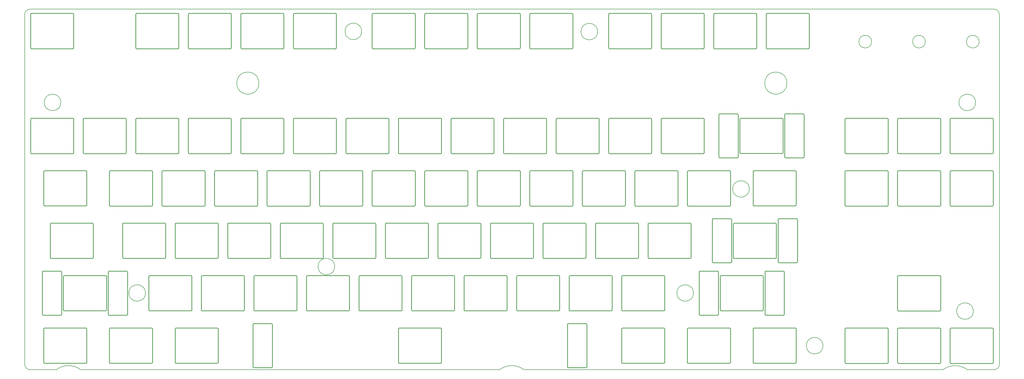
<source format=gbr>
%TF.GenerationSoftware,KiCad,Pcbnew,(7.0.0-rc2-153-g7d6218acb4)*%
%TF.CreationDate,2023-02-20T12:32:57+05:30*%
%TF.ProjectId,ncr-pcb,6e63722d-7063-4622-9e6b-696361645f70,rev?*%
%TF.SameCoordinates,Original*%
%TF.FileFunction,Profile,NP*%
%FSLAX46Y46*%
G04 Gerber Fmt 4.6, Leading zero omitted, Abs format (unit mm)*
G04 Created by KiCad (PCBNEW (7.0.0-rc2-153-g7d6218acb4)) date 2023-02-20 12:32:57*
%MOMM*%
%LPD*%
G01*
G04 APERTURE LIST*
%ADD10C,0.250000*%
%TA.AperFunction,Profile*%
%ADD11C,0.200000*%
%TD*%
%TA.AperFunction,Profile*%
%ADD12C,0.250000*%
%TD*%
G04 APERTURE END LIST*
D10*
X54112795Y-129906397D02*
X54221966Y-130137891D01*
X54412795Y-130206397D01*
X312299705Y-54025500D02*
X312531199Y-53916327D01*
X312599705Y-53725500D01*
X140137795Y-98355397D02*
X139906300Y-98464568D01*
X139837795Y-98655397D01*
D11*
X171773535Y-132557421D02*
X19904786Y-132557421D01*
D12*
X275137909Y-55305891D02*
G75*
G03*
X275437981Y-55605891I300091J91D01*
G01*
X5993303Y-112455897D02*
G75*
G03*
X6293250Y-112755897I299997J-3D01*
G01*
D10*
X182700295Y-72775500D02*
X182809466Y-73006994D01*
X183000295Y-73075500D01*
X69712205Y-117705397D02*
X69603032Y-117473902D01*
X69412205Y-117405397D01*
X44587795Y-110856397D02*
X44696966Y-111087891D01*
X44887795Y-111156397D01*
D12*
X101737795Y-98655397D02*
X101737795Y-110856397D01*
D10*
X207524705Y-54025500D02*
X207756199Y-53916327D01*
X207824705Y-53725500D01*
X183000295Y-60274500D02*
X182768800Y-60383671D01*
X182700295Y-60574500D01*
D12*
X179249705Y-15625500D02*
X179249705Y-3424500D01*
D10*
X36074705Y-54025500D02*
X36306199Y-53916327D01*
X36374705Y-53725500D01*
D12*
X89375003Y-116105897D02*
G75*
G03*
X89075000Y-115805897I-300003J-3D01*
G01*
X278962205Y-117405397D02*
X263962795Y-117405397D01*
X13631545Y-98655397D02*
X13631545Y-110856397D01*
D10*
X93224705Y-15925500D02*
X93456199Y-15816327D01*
X93524705Y-15625500D01*
D12*
X316050295Y-98674500D02*
X316050295Y-110875500D01*
X279456750Y-93705850D02*
G75*
G03*
X279756750Y-93405897I-50J300050D01*
G01*
X12693250Y-112755850D02*
G75*
G03*
X12993250Y-112455897I-50J300050D01*
G01*
X231337205Y-98355397D02*
X216337795Y-98355397D01*
X274694250Y-112755850D02*
G75*
G03*
X274994250Y-112455897I-50J300050D01*
G01*
X93524705Y-53725500D02*
X93524705Y-41524500D01*
D10*
X226874705Y-3424500D02*
X226765532Y-3193005D01*
X226574705Y-3124500D01*
D12*
X49650295Y-73075500D02*
X64649705Y-73075500D01*
X60187205Y-110856397D02*
X60187205Y-98655397D01*
X155137205Y-98355397D02*
X140137795Y-98355397D01*
D10*
X192525295Y-41224500D02*
X192293800Y-41333671D01*
X192225295Y-41524500D01*
X88762205Y-79605397D02*
X88653032Y-79373902D01*
X88462205Y-79305397D01*
D12*
X251261909Y-55305891D02*
G75*
G03*
X251561981Y-55605891I300091J91D01*
G01*
X149662795Y-92106397D02*
X164662205Y-92106397D01*
X263662795Y-117705397D02*
X263662795Y-129906397D01*
X93224705Y-3124500D02*
X78225295Y-3124500D01*
D10*
X112274705Y-15925500D02*
X112506199Y-15816327D01*
X112574705Y-15625500D01*
D12*
X273056750Y-93705897D02*
X279456750Y-93705897D01*
X6787795Y-130206397D02*
X21787205Y-130206397D01*
D10*
X211575295Y-41224500D02*
X211343800Y-41333671D01*
X211275295Y-41524500D01*
X136087205Y-111156397D02*
X136318699Y-111047224D01*
X136387205Y-110856397D01*
X331349705Y-130225500D02*
X331581199Y-130116327D01*
X331649705Y-129925500D01*
D12*
X6487795Y-60555397D02*
X6487795Y-72756397D01*
D10*
X350399705Y-73075500D02*
X350631199Y-72966327D01*
X350699705Y-72775500D01*
D12*
X40125295Y-54025500D02*
X55124705Y-54025500D01*
X192225295Y-41524500D02*
X192225295Y-53725500D01*
X316050295Y-60574500D02*
X316050295Y-72775500D01*
X267994303Y-112455897D02*
G75*
G03*
X268294250Y-112755897I299997J-3D01*
G01*
X140849705Y-3124500D02*
X125850295Y-3124500D01*
D10*
X263662795Y-129906397D02*
X263771966Y-130137891D01*
X263962795Y-130206397D01*
X236399705Y-60574500D02*
X236290532Y-60343005D01*
X236099705Y-60274500D01*
D12*
X239850295Y-117705397D02*
X239850295Y-129906397D01*
X350699705Y-53725500D02*
X350699705Y-41524500D01*
X264974705Y-15625500D02*
X264974705Y-3424500D01*
X279262205Y-72756397D02*
X279262205Y-60555397D01*
X207524705Y-41224500D02*
X192525295Y-41224500D01*
X251261981Y-39905891D02*
X251261981Y-55305891D01*
D10*
X177937795Y-110856397D02*
X178046966Y-111087891D01*
X178237795Y-111156397D01*
X82687795Y-110856397D02*
X82796966Y-111087891D01*
X82987795Y-111156397D01*
X107512205Y-92106397D02*
X107743699Y-91997224D01*
X107812205Y-91806397D01*
X263962795Y-60255397D02*
X263731300Y-60364568D01*
X263662795Y-60555397D01*
D12*
X88462205Y-79305397D02*
X73462795Y-79305397D01*
X125550295Y-3424500D02*
X125550295Y-15625500D01*
X73162795Y-79605397D02*
X73162795Y-91806397D01*
X248880750Y-78005897D02*
X248880750Y-93405897D01*
D10*
X64949705Y-60574500D02*
X64840532Y-60343005D01*
X64649705Y-60274500D01*
X230325295Y-15625500D02*
X230434466Y-15856994D01*
X230625295Y-15925500D01*
X268725295Y-3124500D02*
X268493800Y-3233671D01*
X268425295Y-3424500D01*
D12*
X116025295Y-41524500D02*
X116025295Y-53725500D01*
X145912205Y-91806397D02*
X145912205Y-79605397D01*
D10*
X24168455Y-92106397D02*
X24399949Y-91997224D01*
X24468455Y-91806397D01*
D12*
X54412795Y-130206397D02*
X69412205Y-130206397D01*
X158887795Y-98655397D02*
X158887795Y-110856397D01*
D10*
X173475295Y-41224500D02*
X173243800Y-41333671D01*
X173175295Y-41524500D01*
X202762205Y-92106397D02*
X202993699Y-91997224D01*
X203062205Y-91806397D01*
X125850295Y-3124500D02*
X125618800Y-3233671D01*
X125550295Y-3424500D01*
D12*
X239850295Y-60574500D02*
X239850295Y-72775500D01*
X206812795Y-92106397D02*
X221812205Y-92106397D01*
X198299705Y-15625500D02*
X198299705Y-3424500D01*
D10*
X258900276Y-53706391D02*
X259009448Y-53937885D01*
X259200276Y-54006391D01*
D12*
X164662205Y-79305397D02*
X149662795Y-79305397D01*
X230325295Y-3424500D02*
X230325295Y-15625500D01*
D10*
X231337205Y-130206397D02*
X231568699Y-130097224D01*
X231637205Y-129906397D01*
D12*
X278962205Y-60255397D02*
X263962795Y-60255397D01*
X163950295Y-73075500D02*
X178949705Y-73075500D01*
X117337205Y-110856397D02*
X117337205Y-98655397D01*
X63637795Y-98655397D02*
X63637795Y-110856397D01*
X283724705Y-3124500D02*
X268725295Y-3124500D01*
X316350295Y-111175500D02*
X331349705Y-111175500D01*
X216037795Y-98655397D02*
X216037795Y-110856397D01*
D10*
X28930955Y-111156397D02*
X29162449Y-111047224D01*
X29230955Y-110856397D01*
X335400295Y-41224500D02*
X335168800Y-41333671D01*
X335100295Y-41524500D01*
D12*
X12993303Y-97055897D02*
G75*
G03*
X12693250Y-96755897I-300003J-3D01*
G01*
X82675000Y-131805897D02*
X89075000Y-131805897D01*
X275437981Y-39605891D02*
X281837981Y-39605891D01*
D11*
X1587502Y-1599997D02*
X351010796Y-1599997D01*
D10*
X263962795Y-117405397D02*
X263731300Y-117514568D01*
X263662795Y-117705397D01*
X212287205Y-111156397D02*
X212518699Y-111047224D01*
X212587205Y-110856397D01*
X54412795Y-117405397D02*
X54181300Y-117514568D01*
X54112795Y-117705397D01*
X168712795Y-79305397D02*
X168481300Y-79414568D01*
X168412795Y-79605397D01*
X267355955Y-98655397D02*
X267246782Y-98423902D01*
X267055955Y-98355397D01*
X164662205Y-92106397D02*
X164893699Y-91997224D01*
X164962205Y-91806397D01*
D12*
X255149705Y-117405397D02*
X240150295Y-117405397D01*
X331649705Y-129925500D02*
X331649705Y-117724500D01*
X30169250Y-96755897D02*
X36569250Y-96755897D01*
X212287205Y-98355397D02*
X197287795Y-98355397D01*
D10*
X216337795Y-98355397D02*
X216106300Y-98464568D01*
X216037795Y-98655397D01*
X297000295Y-129925500D02*
X297109466Y-130156994D01*
X297300295Y-130225500D01*
D12*
X203375003Y-116105897D02*
G75*
G03*
X203075000Y-115805897I-300003J-3D01*
G01*
D10*
X216037795Y-129906397D02*
X216146966Y-130137891D01*
X216337795Y-130206397D01*
D12*
X267055955Y-98355397D02*
X252056545Y-98355397D01*
D10*
X54412795Y-79305397D02*
X54181300Y-79414568D01*
X54112795Y-79605397D01*
X96975295Y-53725500D02*
X97084466Y-53956994D01*
X97275295Y-54025500D01*
D12*
X111262795Y-79605397D02*
X111262795Y-91806397D01*
D11*
X242059714Y-104692493D02*
G75*
G03*
X242059714Y-104692493I-3000000J0D01*
G01*
D10*
X139837795Y-110856397D02*
X139946966Y-111087891D01*
X140137795Y-111156397D01*
D12*
X182700295Y-60574500D02*
X182700295Y-72775500D01*
X350399705Y-41224500D02*
X335400295Y-41224500D01*
X78225295Y-54025500D02*
X93224705Y-54025500D01*
D10*
X135375295Y-117405397D02*
X135143800Y-117514568D01*
X135075295Y-117705397D01*
D12*
X163650295Y-3424500D02*
X163650295Y-15625500D01*
X112574705Y-15625500D02*
X112574705Y-3424500D01*
D10*
X125850295Y-60274500D02*
X125618800Y-60383671D01*
X125550295Y-60574500D01*
D12*
X258900276Y-41505391D02*
X258900276Y-53706391D01*
D10*
X192225295Y-53725500D02*
X192334466Y-53956994D01*
X192525295Y-54025500D01*
D12*
X9169045Y-92106397D02*
X24168455Y-92106397D01*
X35062795Y-79605397D02*
X35062795Y-91806397D01*
X226874705Y-15625500D02*
X226874705Y-3424500D01*
D10*
X179249705Y-60574500D02*
X179140532Y-60343005D01*
X178949705Y-60274500D01*
X316350295Y-60274500D02*
X316118800Y-60383671D01*
X316050295Y-60574500D01*
X188774705Y-41524500D02*
X188665532Y-41293005D01*
X188474705Y-41224500D01*
X21787205Y-73056397D02*
X22018699Y-72947224D01*
X22087205Y-72756397D01*
D12*
X45599705Y-60274500D02*
X30600295Y-60274500D01*
D10*
X55124705Y-54025500D02*
X55356199Y-53916327D01*
X55424705Y-53725500D01*
X97987205Y-111156397D02*
X98218699Y-111047224D01*
X98287205Y-110856397D01*
D12*
X226874705Y-53725500D02*
X226874705Y-41524500D01*
D11*
X-412498Y-130557421D02*
X-412498Y-3599997D01*
D10*
X316050295Y-110875500D02*
X316159466Y-111106994D01*
X316350295Y-111175500D01*
D12*
X55424705Y-53725500D02*
X55424705Y-41524500D01*
X316050295Y-117724500D02*
X316050295Y-129925500D01*
D10*
X141149705Y-3424500D02*
X141040532Y-3193005D01*
X140849705Y-3124500D01*
X350699705Y-60574500D02*
X350590532Y-60343005D01*
X350399705Y-60274500D01*
D12*
X331349705Y-41224500D02*
X316350295Y-41224500D01*
D10*
X140849705Y-73075500D02*
X141081199Y-72966327D01*
X141149705Y-72775500D01*
X182700295Y-15625500D02*
X182809466Y-15856994D01*
X183000295Y-15925500D01*
X316350295Y-117424500D02*
X316118800Y-117533671D01*
X316050295Y-117724500D01*
X78225295Y-41224500D02*
X77993800Y-41333671D01*
X77925295Y-41524500D01*
D12*
X45599705Y-117405397D02*
X30600295Y-117405397D01*
X102749705Y-60274500D02*
X87750295Y-60274500D01*
D10*
X159899705Y-73075500D02*
X160131199Y-72966327D01*
X160199705Y-72775500D01*
D12*
X122099705Y-72775500D02*
X122099705Y-60574500D01*
D10*
X316350295Y-41224500D02*
X316118800Y-41333671D01*
X316050295Y-41524500D01*
D12*
X82375003Y-131505897D02*
G75*
G03*
X82675000Y-131805897I299997J-3D01*
G01*
X88762205Y-91806397D02*
X88762205Y-79605397D01*
D10*
X206512795Y-91806397D02*
X206621966Y-92037891D01*
X206812795Y-92106397D01*
X55124705Y-15925500D02*
X55356199Y-15816327D01*
X55424705Y-15625500D01*
D12*
X211575295Y-15925500D02*
X226574705Y-15925500D01*
X87450295Y-60574500D02*
X87450295Y-72775500D01*
D10*
X217049705Y-73075500D02*
X217281199Y-72966327D01*
X217349705Y-72775500D01*
D12*
X28930955Y-98355397D02*
X13931545Y-98355397D01*
X1725295Y-41524500D02*
X1725295Y-53725500D01*
D10*
X74474705Y-41524500D02*
X74365532Y-41293005D01*
X74174705Y-41224500D01*
X245624705Y-15925500D02*
X245856199Y-15816327D01*
X245924705Y-15625500D01*
X160199705Y-3424500D02*
X160090532Y-3193005D01*
X159899705Y-3124500D01*
X116025295Y-53725500D02*
X116134466Y-53956994D01*
X116325295Y-54025500D01*
X49650295Y-60274500D02*
X49418800Y-60383671D01*
X49350295Y-60574500D01*
X350399705Y-54025500D02*
X350631199Y-53916327D01*
X350699705Y-53725500D01*
X50362205Y-92106397D02*
X50593699Y-91997224D01*
X50662205Y-91806397D01*
D12*
X202762205Y-79305397D02*
X187762795Y-79305397D01*
D10*
X201750295Y-72775500D02*
X201859466Y-73006994D01*
X202050295Y-73075500D01*
X297300295Y-41224500D02*
X297068800Y-41333671D01*
X297000295Y-41524500D01*
X312599705Y-60574500D02*
X312490532Y-60343005D01*
X312299705Y-60274500D01*
D12*
X8869045Y-79605397D02*
X8869045Y-91806397D01*
D11*
X332517290Y-132557421D02*
X180651790Y-132557421D01*
D12*
X55124705Y-3124500D02*
X40125295Y-3124500D01*
D10*
X297300295Y-60274500D02*
X297068800Y-60383671D01*
X297000295Y-60574500D01*
D12*
X202050295Y-73075500D02*
X217049705Y-73075500D01*
D10*
X69712205Y-79605397D02*
X69603032Y-79373902D01*
X69412205Y-79305397D01*
X264974705Y-3424500D02*
X264865532Y-3193005D01*
X264674705Y-3124500D01*
D12*
X297300295Y-130225500D02*
X312299705Y-130225500D01*
D10*
X331649705Y-41524500D02*
X331540532Y-41293005D01*
X331349705Y-41224500D01*
D12*
X107512205Y-79305397D02*
X92512795Y-79305397D01*
D10*
X102749705Y-73075500D02*
X102981199Y-72966327D01*
X103049705Y-72775500D01*
D12*
X159899705Y-60274500D02*
X144900295Y-60274500D01*
X121087795Y-111156397D02*
X136087205Y-111156397D01*
X256519045Y-79605397D02*
X256519045Y-91806397D01*
D10*
X131324705Y-54025500D02*
X131556199Y-53916327D01*
X131624705Y-53725500D01*
D12*
X316350295Y-130225500D02*
X331349705Y-130225500D01*
D11*
X11033028Y-132557421D02*
X1587502Y-132557421D01*
D12*
X274499686Y-53706391D02*
X274499686Y-41505391D01*
D10*
X312299705Y-73075500D02*
X312531199Y-72966327D01*
X312599705Y-72775500D01*
X169724705Y-41524500D02*
X169615532Y-41293005D01*
X169424705Y-41224500D01*
X135375295Y-41224500D02*
X135143800Y-41333671D01*
X135075295Y-41524500D01*
D12*
X250818250Y-112755850D02*
G75*
G03*
X251118250Y-112455897I-50J300050D01*
G01*
X54112795Y-117705397D02*
X54112795Y-129906397D01*
D10*
X130612795Y-79305397D02*
X130381300Y-79414568D01*
X130312795Y-79605397D01*
D11*
X289024000Y-123842496D02*
G75*
G03*
X289024000Y-123842496I-3000000J0D01*
G01*
D10*
X1725295Y-15625500D02*
X1834466Y-15856994D01*
X2025295Y-15925500D01*
X93524705Y-3424500D02*
X93415532Y-3193005D01*
X93224705Y-3124500D01*
D12*
X335400295Y-130225500D02*
X350399705Y-130225500D01*
X244118250Y-97055897D02*
X244118250Y-112455897D01*
X241162205Y-91806397D02*
X241162205Y-79605397D01*
D10*
X45899705Y-60574500D02*
X45790532Y-60343005D01*
X45599705Y-60274500D01*
D12*
X211275295Y-3424500D02*
X211275295Y-15625500D01*
X22087205Y-72756397D02*
X22087205Y-60555397D01*
X58875295Y-3424500D02*
X58875295Y-15625500D01*
D10*
X92512795Y-79305397D02*
X92281300Y-79414568D01*
X92212795Y-79605397D01*
D12*
X96975295Y-3424500D02*
X96975295Y-15625500D01*
X178237795Y-111156397D02*
X193237205Y-111156397D01*
D10*
X140849705Y-15925500D02*
X141081199Y-15816327D01*
X141149705Y-15625500D01*
X112274705Y-54025500D02*
X112506199Y-53916327D01*
X112574705Y-53725500D01*
X35062795Y-91806397D02*
X35171966Y-92037891D01*
X35362795Y-92106397D01*
X78225295Y-3124500D02*
X77993800Y-3233671D01*
X77925295Y-3424500D01*
D12*
X297300295Y-73075500D02*
X312299705Y-73075500D01*
D10*
X77925295Y-15625500D02*
X78034466Y-15856994D01*
X78225295Y-15925500D01*
D12*
X135075295Y-41524500D02*
X135075295Y-53725500D01*
X251756545Y-98655397D02*
X251756545Y-110856397D01*
D10*
X54112795Y-91806397D02*
X54221966Y-92037891D01*
X54412795Y-92106397D01*
D12*
X240862205Y-79305397D02*
X225862795Y-79305397D01*
X140849705Y-60274500D02*
X125850295Y-60274500D01*
X103049705Y-72775500D02*
X103049705Y-60574500D01*
X178949705Y-3124500D02*
X163950295Y-3124500D01*
D10*
X83699705Y-73075500D02*
X83931199Y-72966327D01*
X83999705Y-72775500D01*
D12*
X36074705Y-41224500D02*
X21075295Y-41224500D01*
X255149705Y-60274500D02*
X240150295Y-60274500D01*
X117037205Y-98355397D02*
X102037795Y-98355397D01*
X335100295Y-117724500D02*
X335100295Y-129925500D01*
X226574705Y-41224500D02*
X211575295Y-41224500D01*
X177937795Y-98655397D02*
X177937795Y-110856397D01*
X188774705Y-53725500D02*
X188774705Y-41524500D01*
X17024705Y-41224500D02*
X2025295Y-41224500D01*
X39825295Y-3424500D02*
X39825295Y-15625500D01*
D10*
X144900295Y-60274500D02*
X144668800Y-60383671D01*
X144600295Y-60574500D01*
D12*
X130612795Y-92106397D02*
X145612205Y-92106397D01*
X255880750Y-78005897D02*
X255880750Y-93405897D01*
D10*
X111262795Y-91806397D02*
X111371966Y-92037891D01*
X111562795Y-92106397D01*
X174187205Y-111156397D02*
X174418699Y-111047224D01*
X174487205Y-110856397D01*
D12*
X30600295Y-73075500D02*
X45599705Y-73075500D01*
X29869303Y-112455897D02*
G75*
G03*
X30169250Y-112755897I299997J-3D01*
G01*
D10*
X159187795Y-98355397D02*
X158956300Y-98464568D01*
X158887795Y-98655397D01*
D12*
X5993250Y-97055897D02*
X5993250Y-112455897D01*
X335400295Y-54025500D02*
X350399705Y-54025500D01*
X331649705Y-72775500D02*
X331649705Y-60574500D01*
D10*
X69412205Y-92106397D02*
X69643699Y-91997224D01*
X69712205Y-91806397D01*
D12*
X203075000Y-131805900D02*
G75*
G03*
X203375000Y-131505897I0J300000D01*
G01*
D10*
X9169045Y-79305397D02*
X8937550Y-79414568D01*
X8869045Y-79605397D01*
X126562205Y-92106397D02*
X126793699Y-91997224D01*
X126862205Y-91806397D01*
D12*
X54412795Y-92106397D02*
X69412205Y-92106397D01*
X312299705Y-41224500D02*
X297300295Y-41224500D01*
X69712205Y-129906397D02*
X69712205Y-117705397D01*
X154425295Y-54025500D02*
X169424705Y-54025500D01*
X273056750Y-77705897D02*
X279456750Y-77705897D01*
X244418250Y-112755897D02*
X250818250Y-112755897D01*
X244418250Y-96755897D02*
X250818250Y-96755897D01*
X196675000Y-115805897D02*
X203075000Y-115805897D01*
D10*
X188474705Y-54025500D02*
X188706199Y-53916327D01*
X188774705Y-53725500D01*
X150374705Y-54025500D02*
X150606199Y-53916327D01*
X150674705Y-53725500D01*
D12*
X135375295Y-130206397D02*
X150374705Y-130206397D01*
D10*
X150674705Y-41524500D02*
X150565532Y-41293005D01*
X150374705Y-41224500D01*
X158887795Y-110856397D02*
X158996966Y-111087891D01*
X159187795Y-111156397D01*
X93224705Y-54025500D02*
X93456199Y-53916327D01*
X93524705Y-53725500D01*
X278962205Y-73056397D02*
X279193699Y-72947224D01*
X279262205Y-72756397D01*
D12*
X1725295Y-3424500D02*
X1725295Y-15625500D01*
X68400295Y-60574500D02*
X68400295Y-72775500D01*
X59175295Y-54025500D02*
X74174705Y-54025500D01*
X258261981Y-39905891D02*
X258261981Y-55305891D01*
D10*
X225862795Y-79305397D02*
X225631300Y-79414568D01*
X225562795Y-79605397D01*
D12*
X273056750Y-77705850D02*
G75*
G03*
X272756750Y-78005897I-50J-299950D01*
G01*
X268294250Y-96755850D02*
G75*
G03*
X267994250Y-97055897I-50J-299950D01*
G01*
X267355955Y-110856397D02*
X267355955Y-98655397D01*
X64949705Y-72775500D02*
X64949705Y-60574500D01*
X249180750Y-93705897D02*
X255580750Y-93705897D01*
D10*
X17024705Y-15925500D02*
X17256199Y-15816327D01*
X17324705Y-15625500D01*
D12*
X168412795Y-79605397D02*
X168412795Y-91806397D01*
D10*
X136387205Y-98655397D02*
X136278032Y-98423902D01*
X136087205Y-98355397D01*
D12*
X206512795Y-79605397D02*
X206512795Y-91806397D01*
D10*
X106800295Y-60274500D02*
X106568800Y-60383671D01*
X106500295Y-60574500D01*
X231637205Y-117705397D02*
X231528032Y-117473902D01*
X231337205Y-117405397D01*
X131624705Y-41524500D02*
X131515532Y-41293005D01*
X131324705Y-41224500D01*
D12*
X279756750Y-78005897D02*
X279756750Y-93405897D01*
D10*
X93524705Y-41524500D02*
X93415532Y-41293005D01*
X93224705Y-41224500D01*
X45899705Y-117705397D02*
X45790532Y-117473902D01*
X45599705Y-117405397D01*
D12*
X116325295Y-54025500D02*
X131324705Y-54025500D01*
X36569250Y-112755850D02*
G75*
G03*
X36869250Y-112455897I-50J300050D01*
G01*
D11*
X344349000Y-35467493D02*
G75*
G03*
X344349000Y-35467493I-3000000J0D01*
G01*
D10*
X107812205Y-79605397D02*
X107703032Y-79373902D01*
X107512205Y-79305397D01*
D12*
X89375000Y-116105897D02*
X89375000Y-131505897D01*
X251118250Y-97055897D02*
X251118250Y-112455897D01*
D10*
X230625295Y-41224500D02*
X230393800Y-41333671D01*
X230325295Y-41524500D01*
D12*
X187762795Y-92106397D02*
X202762205Y-92106397D01*
X203062205Y-91806397D02*
X203062205Y-79605397D01*
X155437205Y-110856397D02*
X155437205Y-98655397D01*
D10*
X63637795Y-110856397D02*
X63746966Y-111087891D01*
X63937795Y-111156397D01*
X77925295Y-53725500D02*
X78034466Y-53956994D01*
X78225295Y-54025500D01*
D12*
X24168455Y-79305397D02*
X9169045Y-79305397D01*
D10*
X239850295Y-72775500D02*
X239959466Y-73006994D01*
X240150295Y-73075500D01*
D12*
X160199705Y-72775500D02*
X160199705Y-60574500D01*
D10*
X64649705Y-73075500D02*
X64881199Y-72966327D01*
X64949705Y-72775500D01*
D12*
X251561981Y-39605891D02*
X257961981Y-39605891D01*
D10*
X255149705Y-73075500D02*
X255381199Y-72966327D01*
X255449705Y-72775500D01*
D12*
X248880803Y-93405897D02*
G75*
G03*
X249180750Y-93705897I299997J-3D01*
G01*
X187462795Y-79605397D02*
X187462795Y-91806397D01*
D10*
X20775295Y-53725500D02*
X20884466Y-53956994D01*
X21075295Y-54025500D01*
D12*
X139837795Y-98655397D02*
X139837795Y-110856397D01*
D10*
X164962205Y-79605397D02*
X164853032Y-79373902D01*
X164662205Y-79305397D01*
X271818455Y-92106397D02*
X272049949Y-91997224D01*
X272118455Y-91806397D01*
X225562795Y-91806397D02*
X225671966Y-92037891D01*
X225862795Y-92106397D01*
D12*
X169724705Y-53725500D02*
X169724705Y-41524500D01*
D10*
X149362795Y-91806397D02*
X149471966Y-92037891D01*
X149662795Y-92106397D01*
X155137205Y-111156397D02*
X155368699Y-111047224D01*
X155437205Y-110856397D01*
X78937205Y-111156397D02*
X79168699Y-111047224D01*
X79237205Y-110856397D01*
X155437205Y-98655397D02*
X155328032Y-98423902D01*
X155137205Y-98355397D01*
X268425295Y-15625500D02*
X268534466Y-15856994D01*
X268725295Y-15925500D01*
X35362795Y-79305397D02*
X35131300Y-79414568D01*
X35062795Y-79605397D01*
D12*
X221812205Y-79305397D02*
X206812795Y-79305397D01*
D10*
X173175295Y-53725500D02*
X173284466Y-53956994D01*
X173475295Y-54025500D01*
D12*
X236399705Y-72775500D02*
X236399705Y-60574500D01*
X64649705Y-60274500D02*
X49650295Y-60274500D01*
X141149705Y-15625500D02*
X141149705Y-3424500D01*
D10*
X331649705Y-117724500D02*
X331540532Y-117493005D01*
X331349705Y-117424500D01*
D12*
X96975295Y-41524500D02*
X96975295Y-53725500D01*
X183712205Y-79305397D02*
X168712795Y-79305397D01*
X54112795Y-79605397D02*
X54112795Y-91806397D01*
X272118455Y-91806397D02*
X272118455Y-79605397D01*
D10*
X159899705Y-15925500D02*
X160131199Y-15816327D01*
X160199705Y-15625500D01*
D12*
X316350295Y-73075500D02*
X331349705Y-73075500D01*
D10*
X297000295Y-72775500D02*
X297109466Y-73006994D01*
X297300295Y-73075500D01*
X39825295Y-15625500D02*
X39934466Y-15856994D01*
X40125295Y-15925500D01*
X263662795Y-72756397D02*
X263771966Y-72987891D01*
X263962795Y-73056397D01*
D12*
X274199686Y-41205391D02*
X259200276Y-41205391D01*
D10*
X226574705Y-15925500D02*
X226806199Y-15816327D01*
X226874705Y-15625500D01*
X252056545Y-98355397D02*
X251825050Y-98464568D01*
X251756545Y-98655397D01*
D12*
X97275295Y-54025500D02*
X112274705Y-54025500D01*
D10*
X221100295Y-60274500D02*
X220868800Y-60383671D01*
X220800295Y-60574500D01*
X236099705Y-73075500D02*
X236331199Y-72966327D01*
X236399705Y-72775500D01*
D12*
X36869250Y-97055897D02*
X36869250Y-112455897D01*
X82687795Y-98655397D02*
X82687795Y-110856397D01*
X279756803Y-78005897D02*
G75*
G03*
X279456750Y-77705897I-300003J-3D01*
G01*
X12993250Y-97055897D02*
X12993250Y-112455897D01*
D10*
X150674705Y-117705397D02*
X150565532Y-117473902D01*
X150374705Y-117405397D01*
D12*
X249180750Y-77705897D02*
X255580750Y-77705897D01*
X255880803Y-78005897D02*
G75*
G03*
X255580750Y-77705897I-300003J-3D01*
G01*
D10*
X198299705Y-60574500D02*
X198190532Y-60343005D01*
X197999705Y-60274500D01*
D12*
X136387205Y-110856397D02*
X136387205Y-98655397D01*
X312599705Y-53725500D02*
X312599705Y-41524500D01*
D10*
X230625295Y-3124500D02*
X230393800Y-3233671D01*
X230325295Y-3424500D01*
X102037795Y-98355397D02*
X101806300Y-98464568D01*
X101737795Y-98655397D01*
X239850295Y-129906397D02*
X239959466Y-130137891D01*
X240150295Y-130206397D01*
D12*
X284024705Y-15625500D02*
X284024705Y-3424500D01*
X178949705Y-60274500D02*
X163950295Y-60274500D01*
D10*
X92212795Y-91806397D02*
X92321966Y-92037891D01*
X92512795Y-92106397D01*
D12*
X22087205Y-129906397D02*
X22087205Y-117705397D01*
D10*
X144900295Y-3124500D02*
X144668800Y-3233671D01*
X144600295Y-3424500D01*
D12*
X297000295Y-117724500D02*
X297000295Y-129925500D01*
D11*
X180651789Y-132557422D02*
G75*
G03*
X171773535Y-132557422I-4439127J-5895314D01*
G01*
X341395544Y-132557422D02*
G75*
G03*
X332517290Y-132557422I-4439127J-5895314D01*
G01*
D10*
X350699705Y-117724500D02*
X350590532Y-117493005D01*
X350399705Y-117424500D01*
D12*
X174187205Y-98355397D02*
X159187795Y-98355397D01*
D10*
X245924705Y-3424500D02*
X245815532Y-3193005D01*
X245624705Y-3124500D01*
D12*
X225862795Y-92106397D02*
X240862205Y-92106397D01*
D10*
X97275295Y-41224500D02*
X97043800Y-41333671D01*
X96975295Y-41524500D01*
X331349705Y-54025500D02*
X331581199Y-53916327D01*
X331649705Y-53725500D01*
X312299705Y-130225500D02*
X312531199Y-130116327D01*
X312599705Y-129925500D01*
X149662795Y-79305397D02*
X149431300Y-79414568D01*
X149362795Y-79605397D01*
D12*
X251561981Y-55605891D02*
X257961981Y-55605891D01*
X335400295Y-73075500D02*
X350399705Y-73075500D01*
X125550295Y-60574500D02*
X125550295Y-72775500D01*
D10*
X60187205Y-98655397D02*
X60078032Y-98423902D01*
X59887205Y-98355397D01*
D12*
X150674705Y-53725500D02*
X150674705Y-41524500D01*
D10*
X241162205Y-79605397D02*
X241053032Y-79373902D01*
X240862205Y-79305397D01*
D12*
X30169250Y-96755850D02*
G75*
G03*
X29869250Y-97055897I-50J-299950D01*
G01*
X150374705Y-41224500D02*
X135375295Y-41224500D01*
D10*
X144600295Y-72775500D02*
X144709466Y-73006994D01*
X144900295Y-73075500D01*
X112574705Y-3424500D02*
X112465532Y-3193005D01*
X112274705Y-3124500D01*
D12*
X131624705Y-53725500D02*
X131624705Y-41524500D01*
D10*
X68700295Y-60274500D02*
X68468800Y-60383671D01*
X68400295Y-60574500D01*
D12*
X188474705Y-41224500D02*
X173475295Y-41224500D01*
D10*
X59175295Y-41224500D02*
X58943800Y-41333671D01*
X58875295Y-41524500D01*
D12*
X112574705Y-53725500D02*
X112574705Y-41524500D01*
X268294250Y-112755897D02*
X274694250Y-112755897D01*
X30600295Y-130206397D02*
X45599705Y-130206397D01*
X168712795Y-92106397D02*
X183712205Y-92106397D01*
X36869303Y-97055897D02*
G75*
G03*
X36569250Y-96755897I-300003J-3D01*
G01*
X236099705Y-60274500D02*
X221100295Y-60274500D01*
D10*
X316350295Y-98374500D02*
X316118800Y-98483671D01*
X316050295Y-98674500D01*
D12*
X59887205Y-98355397D02*
X44887795Y-98355397D01*
D10*
X117337205Y-98655397D02*
X117228032Y-98423902D01*
X117037205Y-98355397D01*
D12*
X20775295Y-41524500D02*
X20775295Y-53725500D01*
X87750295Y-73075500D02*
X102749705Y-73075500D01*
D11*
X262298999Y-66892495D02*
G75*
G03*
X262298999Y-66892495I-3000000J0D01*
G01*
D12*
X350699705Y-129925500D02*
X350699705Y-117724500D01*
D10*
X83999705Y-60574500D02*
X83890532Y-60343005D01*
X83699705Y-60274500D01*
X178237795Y-98355397D02*
X178006300Y-98464568D01*
X177937795Y-98655397D01*
D11*
X19904785Y-132557422D02*
G75*
G03*
X11033029Y-132557422I-4435878J-5895316D01*
G01*
D10*
X211575295Y-3124500D02*
X211343800Y-3233671D01*
X211275295Y-3424500D01*
D12*
X316350295Y-54025500D02*
X331349705Y-54025500D01*
X297300295Y-54025500D02*
X312299705Y-54025500D01*
X297000295Y-41524500D02*
X297000295Y-53725500D01*
X144600295Y-3424500D02*
X144600295Y-15625500D01*
X231337205Y-117405397D02*
X216337795Y-117405397D01*
D10*
X179249705Y-3424500D02*
X179140532Y-3193005D01*
X178949705Y-3124500D01*
D12*
X102037795Y-111156397D02*
X117037205Y-111156397D01*
D10*
X68400295Y-72775500D02*
X68509466Y-73006994D01*
X68700295Y-73075500D01*
D12*
X197999705Y-60274500D02*
X183000295Y-60274500D01*
X331349705Y-98374500D02*
X316350295Y-98374500D01*
D10*
X154125295Y-53725500D02*
X154234466Y-53956994D01*
X154425295Y-54025500D01*
X316050295Y-129925500D02*
X316159466Y-130156994D01*
X316350295Y-130225500D01*
D12*
X45899705Y-72775500D02*
X45899705Y-60574500D01*
D10*
X255149705Y-130206397D02*
X255381199Y-130097224D01*
X255449705Y-129906397D01*
X207824705Y-41524500D02*
X207715532Y-41293005D01*
X207524705Y-41224500D01*
X21787205Y-130206397D02*
X22018699Y-130097224D01*
X22087205Y-129906397D01*
D11*
X43374001Y-104692493D02*
G75*
G03*
X43374001Y-104692493I-3000000J0D01*
G01*
D12*
X29230955Y-110856397D02*
X29230955Y-98655397D01*
X6293250Y-96755850D02*
G75*
G03*
X5993250Y-97055897I-50J-299950D01*
G01*
X121799705Y-60274500D02*
X106800295Y-60274500D01*
X30169250Y-112755897D02*
X36569250Y-112755897D01*
X24468455Y-91806397D02*
X24468455Y-79605397D01*
X196675000Y-115805900D02*
G75*
G03*
X196375000Y-116105897I0J-300000D01*
G01*
D10*
X163650295Y-15625500D02*
X163759466Y-15856994D01*
X163950295Y-15925500D01*
X211275295Y-53725500D02*
X211384466Y-53956994D01*
X211575295Y-54025500D01*
X63937795Y-98355397D02*
X63706300Y-98464568D01*
X63637795Y-98655397D01*
X40125295Y-3124500D02*
X39893800Y-3233671D01*
X39825295Y-3424500D01*
D12*
X159899705Y-3124500D02*
X144900295Y-3124500D01*
D10*
X101737795Y-110856397D02*
X101846966Y-111087891D01*
X102037795Y-111156397D01*
D12*
X98287205Y-110856397D02*
X98287205Y-98655397D01*
X231637205Y-129906397D02*
X231637205Y-117705397D01*
X63937795Y-111156397D02*
X78937205Y-111156397D01*
D10*
X217349705Y-60574500D02*
X217240532Y-60343005D01*
X217049705Y-60274500D01*
X145612205Y-92106397D02*
X145843699Y-91997224D01*
X145912205Y-91806397D01*
D12*
X245624705Y-41224500D02*
X230625295Y-41224500D01*
D10*
X163650295Y-72775500D02*
X163759466Y-73006994D01*
X163950295Y-73075500D01*
D12*
X231637205Y-110856397D02*
X231637205Y-98655397D01*
X17024705Y-3124500D02*
X2025295Y-3124500D01*
D11*
X353010803Y-3599997D02*
G75*
G03*
X351010796Y-1599997I-2000003J-3D01*
G01*
D12*
X174487205Y-110856397D02*
X174487205Y-98655397D01*
X83699705Y-60274500D02*
X68700295Y-60274500D01*
X267994250Y-97055897D02*
X267994250Y-112455897D01*
X78225295Y-15925500D02*
X93224705Y-15925500D01*
X35362795Y-92106397D02*
X50362205Y-92106397D01*
D11*
X207293686Y-9743440D02*
G75*
G03*
X207293686Y-9743440I-3000000J0D01*
G01*
D12*
X230325295Y-41524500D02*
X230325295Y-53725500D01*
X69712205Y-91806397D02*
X69712205Y-79605397D01*
D10*
X141149705Y-60574500D02*
X141040532Y-60343005D01*
X140849705Y-60274500D01*
D11*
X111974001Y-95092495D02*
G75*
G03*
X111974001Y-95092495I-3000000J0D01*
G01*
D10*
X267055955Y-111156397D02*
X267287449Y-111047224D01*
X267355955Y-110856397D01*
X206812795Y-79305397D02*
X206581300Y-79414568D01*
X206512795Y-79605397D01*
X178949705Y-15925500D02*
X179181199Y-15816327D01*
X179249705Y-15625500D01*
D12*
X220800295Y-60574500D02*
X220800295Y-72775500D01*
X144900295Y-73075500D02*
X159899705Y-73075500D01*
X245924705Y-15625500D02*
X245924705Y-3424500D01*
X268425295Y-3424500D02*
X268425295Y-15625500D01*
D10*
X231637205Y-98655397D02*
X231528032Y-98423902D01*
X231337205Y-98355397D01*
X297000295Y-53725500D02*
X297109466Y-53956994D01*
X297300295Y-54025500D01*
D12*
X141149705Y-72775500D02*
X141149705Y-60574500D01*
D10*
X163950295Y-3124500D02*
X163718800Y-3233671D01*
X163650295Y-3424500D01*
X226874705Y-41524500D02*
X226765532Y-41293005D01*
X226574705Y-41224500D01*
D12*
X92212795Y-79605397D02*
X92212795Y-91806397D01*
X275137981Y-39905891D02*
X275137981Y-55305891D01*
X256819045Y-92106397D02*
X271818455Y-92106397D01*
X92512795Y-92106397D02*
X107512205Y-92106397D01*
D10*
X17324705Y-3424500D02*
X17215532Y-3193005D01*
X17024705Y-3124500D01*
X2025295Y-41224500D02*
X1793800Y-41333671D01*
X1725295Y-41524500D01*
D12*
X50362205Y-79305397D02*
X35362795Y-79305397D01*
X6293250Y-112755897D02*
X12693250Y-112755897D01*
X55124705Y-41224500D02*
X40125295Y-41224500D01*
X230625295Y-15925500D02*
X245624705Y-15925500D01*
D10*
X183000295Y-3124500D02*
X182768800Y-3233671D01*
X182700295Y-3424500D01*
D12*
X21075295Y-54025500D02*
X36074705Y-54025500D01*
X335100295Y-41524500D02*
X335100295Y-53725500D01*
D10*
X39825295Y-53725500D02*
X39934466Y-53956994D01*
X40125295Y-54025500D01*
D12*
X281837981Y-55605881D02*
G75*
G03*
X282137981Y-55305891I-81J300081D01*
G01*
X39825295Y-41524500D02*
X39825295Y-53725500D01*
X136087205Y-98355397D02*
X121087795Y-98355397D01*
D10*
X335400295Y-117424500D02*
X335168800Y-117533671D01*
X335100295Y-117724500D01*
X135075295Y-53725500D02*
X135184466Y-53956994D01*
X135375295Y-54025500D01*
X331649705Y-60574500D02*
X331540532Y-60343005D01*
X331349705Y-60274500D01*
X74174705Y-54025500D02*
X74406199Y-53916327D01*
X74474705Y-53725500D01*
D12*
X268725295Y-15925500D02*
X283724705Y-15925500D01*
X112274705Y-41224500D02*
X97275295Y-41224500D01*
D10*
X74474705Y-3424500D02*
X74365532Y-3193005D01*
X74174705Y-3124500D01*
D12*
X131324705Y-41224500D02*
X116325295Y-41224500D01*
X59175295Y-15925500D02*
X74174705Y-15925500D01*
X93524705Y-15625500D02*
X93524705Y-3424500D01*
D10*
X87450295Y-72775500D02*
X87559466Y-73006994D01*
X87750295Y-73075500D01*
D12*
X160199705Y-15625500D02*
X160199705Y-3424500D01*
X331649705Y-53725500D02*
X331649705Y-41524500D01*
X2025295Y-54025500D02*
X17024705Y-54025500D01*
X211575295Y-54025500D02*
X226574705Y-54025500D01*
D10*
X1725295Y-53725500D02*
X1834466Y-53956994D01*
X2025295Y-54025500D01*
D12*
X125850295Y-15925500D02*
X140849705Y-15925500D01*
X275437981Y-55605891D02*
X281837981Y-55605891D01*
X274994303Y-97055897D02*
G75*
G03*
X274694250Y-96755897I-300003J-3D01*
G01*
X17324705Y-15625500D02*
X17324705Y-3424500D01*
D10*
X256819045Y-79305397D02*
X256587550Y-79414568D01*
X256519045Y-79605397D01*
D12*
X82375000Y-116105897D02*
X82375000Y-131505897D01*
D10*
X240150295Y-117405397D02*
X239918800Y-117514568D01*
X239850295Y-117705397D01*
D11*
X121743687Y-9668441D02*
G75*
G03*
X121743687Y-9668441I-3000000J0D01*
G01*
D12*
X21787205Y-117405397D02*
X6787795Y-117405397D01*
D10*
X58875295Y-53725500D02*
X58984466Y-53956994D01*
X59175295Y-54025500D01*
X125550295Y-72775500D02*
X125659466Y-73006994D01*
X125850295Y-73075500D01*
D12*
X97987205Y-98355397D02*
X82987795Y-98355397D01*
D10*
X350699705Y-41524500D02*
X350590532Y-41293005D01*
X350399705Y-41224500D01*
D12*
X45899705Y-129906397D02*
X45899705Y-117705397D01*
X226574705Y-3124500D02*
X211575295Y-3124500D01*
X6487795Y-117705397D02*
X6487795Y-129906397D01*
D10*
X21075295Y-41224500D02*
X20843800Y-41333671D01*
X20775295Y-41524500D01*
D12*
X249180750Y-77705850D02*
G75*
G03*
X248880750Y-78005897I-50J-299950D01*
G01*
X251561981Y-39605881D02*
G75*
G03*
X251261981Y-39905891I-81J-299919D01*
G01*
X44587795Y-98655397D02*
X44587795Y-110856397D01*
D10*
X279262205Y-60555397D02*
X279153032Y-60323902D01*
X278962205Y-60255397D01*
X130312795Y-91806397D02*
X130421966Y-92037891D01*
X130612795Y-92106397D01*
D12*
X40125295Y-15925500D02*
X55124705Y-15925500D01*
X78937205Y-98355397D02*
X63937795Y-98355397D01*
X50662205Y-91806397D02*
X50662205Y-79605397D01*
X217349705Y-72775500D02*
X217349705Y-60574500D01*
X255449705Y-72775500D02*
X255449705Y-60574500D01*
X173175295Y-41524500D02*
X173175295Y-53725500D01*
X169424705Y-41224500D02*
X154425295Y-41224500D01*
X17324705Y-53725500D02*
X17324705Y-41524500D01*
D11*
X1587502Y-1599997D02*
G75*
G03*
X-412498Y-3599997I-1J-1999999D01*
G01*
D10*
X29230955Y-98655397D02*
X29121782Y-98423902D01*
X28930955Y-98355397D01*
X184012205Y-79605397D02*
X183903032Y-79373902D01*
X183712205Y-79305397D01*
X316050295Y-53725500D02*
X316159466Y-53956994D01*
X316350295Y-54025500D01*
D12*
X150374705Y-117405397D02*
X135375295Y-117405397D01*
D10*
X187762795Y-79305397D02*
X187531300Y-79414568D01*
X187462795Y-79605397D01*
X297300295Y-117424500D02*
X297068800Y-117533671D01*
X297000295Y-117724500D01*
X73462795Y-79305397D02*
X73231300Y-79414568D01*
X73162795Y-79605397D01*
X58875295Y-15625500D02*
X58984466Y-15856994D01*
X59175295Y-15925500D01*
D12*
X74174705Y-41224500D02*
X59175295Y-41224500D01*
D10*
X2025295Y-3124500D02*
X1793800Y-3233671D01*
X1725295Y-3424500D01*
X197287795Y-98355397D02*
X197056300Y-98464568D01*
X196987795Y-98655397D01*
D12*
X203375000Y-116105897D02*
X203375000Y-131505897D01*
D10*
X240150295Y-60274500D02*
X239918800Y-60383671D01*
X239850295Y-60574500D01*
D12*
X144600295Y-60574500D02*
X144600295Y-72775500D01*
D10*
X178949705Y-73075500D02*
X179181199Y-72966327D01*
X179249705Y-72775500D01*
X22087205Y-117705397D02*
X21978032Y-117473902D01*
X21787205Y-117405397D01*
D12*
X312299705Y-117424500D02*
X297300295Y-117424500D01*
D10*
X312599705Y-41524500D02*
X312490532Y-41293005D01*
X312299705Y-41224500D01*
D12*
X77925295Y-3424500D02*
X77925295Y-15625500D01*
X30300295Y-60574500D02*
X30300295Y-72775500D01*
D10*
X88462205Y-92106397D02*
X88693699Y-91997224D01*
X88762205Y-91806397D01*
X198299705Y-3424500D02*
X198190532Y-3193005D01*
X197999705Y-3124500D01*
X335100295Y-72775500D02*
X335209466Y-73006994D01*
X335400295Y-73075500D01*
D12*
X201750295Y-60574500D02*
X201750295Y-72775500D01*
X252056545Y-111156397D02*
X267055955Y-111156397D01*
D10*
X222112205Y-79605397D02*
X222003032Y-79373902D01*
X221812205Y-79305397D01*
D12*
X79237205Y-110856397D02*
X79237205Y-98655397D01*
X282138009Y-39905891D02*
G75*
G03*
X281837981Y-39605891I-300009J-9D01*
G01*
D10*
X73162795Y-91806397D02*
X73271966Y-92037891D01*
X73462795Y-92106397D01*
D12*
X69412205Y-79305397D02*
X54412795Y-79305397D01*
D10*
X30600295Y-60274500D02*
X30368800Y-60383671D01*
X30300295Y-60574500D01*
D12*
X259200276Y-54006391D02*
X274199686Y-54006391D01*
D10*
X44887795Y-98355397D02*
X44656300Y-98464568D01*
X44587795Y-98655397D01*
D12*
X263962795Y-73056397D02*
X278962205Y-73056397D01*
X331649705Y-110875500D02*
X331649705Y-98674500D01*
X145612205Y-79305397D02*
X130612795Y-79305397D01*
X197999705Y-3124500D02*
X183000295Y-3124500D01*
X83999705Y-72775500D02*
X83999705Y-60574500D01*
D10*
X97275295Y-3124500D02*
X97043800Y-3233671D01*
X96975295Y-3424500D01*
X125550295Y-15625500D02*
X125659466Y-15856994D01*
X125850295Y-15925500D01*
D12*
X221100295Y-73075500D02*
X236099705Y-73075500D01*
D10*
X50662205Y-79605397D02*
X50553032Y-79373902D01*
X50362205Y-79305397D01*
D12*
X150674705Y-129906397D02*
X150674705Y-117705397D01*
X74174705Y-3124500D02*
X59175295Y-3124500D01*
X249375295Y-3424500D02*
X249375295Y-15625500D01*
D10*
X22087205Y-60555397D02*
X21978032Y-60323902D01*
X21787205Y-60255397D01*
D12*
X30300295Y-117705397D02*
X30300295Y-129906397D01*
X264674705Y-3124500D02*
X249675295Y-3124500D01*
X49350295Y-60574500D02*
X49350295Y-72775500D01*
X331349705Y-117424500D02*
X316350295Y-117424500D01*
D11*
X353010796Y-3599997D02*
X353010796Y-130557421D01*
D10*
X45599705Y-130206397D02*
X45831199Y-130097224D01*
X45899705Y-129906397D01*
D12*
X44887795Y-111156397D02*
X59887205Y-111156397D01*
D10*
X79237205Y-98655397D02*
X79128032Y-98423902D01*
X78937205Y-98355397D01*
D12*
X312599705Y-129925500D02*
X312599705Y-117724500D01*
D10*
X255449705Y-117705397D02*
X255340532Y-117473902D01*
X255149705Y-117405397D01*
X87750295Y-60274500D02*
X87518800Y-60383671D01*
X87450295Y-60574500D01*
X259200276Y-41205391D02*
X258968781Y-41314562D01*
X258900276Y-41505391D01*
D12*
X163650295Y-60574500D02*
X163650295Y-72775500D01*
X120787795Y-98655397D02*
X120787795Y-110856397D01*
X135375295Y-54025500D02*
X150374705Y-54025500D01*
D10*
X135075295Y-129906397D02*
X135184466Y-130137891D01*
X135375295Y-130206397D01*
X251756545Y-110856397D02*
X251865716Y-111087891D01*
X252056545Y-111156397D01*
X203062205Y-79605397D02*
X202953032Y-79373902D01*
X202762205Y-79305397D01*
D12*
X2025295Y-15925500D02*
X17024705Y-15925500D01*
D10*
X202050295Y-60274500D02*
X201818800Y-60383671D01*
X201750295Y-60574500D01*
X231337205Y-111156397D02*
X231568699Y-111047224D01*
X231637205Y-110856397D01*
X249675295Y-3124500D02*
X249443800Y-3233671D01*
X249375295Y-3424500D01*
X160199705Y-60574500D02*
X160090532Y-60343005D01*
X159899705Y-60274500D01*
D11*
X84493895Y-28459392D02*
G75*
G03*
X84493895Y-28459392I-4000000J0D01*
G01*
D12*
X249675295Y-15925500D02*
X264674705Y-15925500D01*
D11*
X345646001Y-13390552D02*
G75*
G03*
X345646001Y-13390552I-2300000J0D01*
G01*
D12*
X244118303Y-112455897D02*
G75*
G03*
X244418250Y-112755897I299997J-3D01*
G01*
D10*
X154425295Y-41224500D02*
X154193800Y-41333671D01*
X154125295Y-41524500D01*
D12*
X217049705Y-60274500D02*
X202050295Y-60274500D01*
D10*
X255449705Y-60574500D02*
X255340532Y-60343005D01*
X255149705Y-60274500D01*
X264674705Y-15925500D02*
X264906199Y-15816327D01*
X264974705Y-15625500D01*
X274499686Y-41505391D02*
X274390514Y-41273896D01*
X274199686Y-41205391D01*
X331649705Y-98674500D02*
X331540532Y-98443005D01*
X331349705Y-98374500D01*
D12*
X282137981Y-39905891D02*
X282137981Y-55305891D01*
X225562795Y-79605397D02*
X225562795Y-91806397D01*
D10*
X221812205Y-92106397D02*
X222043699Y-91997224D01*
X222112205Y-91806397D01*
D12*
X97275295Y-15925500D02*
X112274705Y-15925500D01*
D10*
X196987795Y-110856397D02*
X197096966Y-111087891D01*
X197287795Y-111156397D01*
X316050295Y-72775500D02*
X316159466Y-73006994D01*
X316350295Y-73075500D01*
X122099705Y-60574500D02*
X121990532Y-60343005D01*
X121799705Y-60274500D01*
D12*
X255580750Y-93705850D02*
G75*
G03*
X255880750Y-93405897I-50J300050D01*
G01*
D10*
X216037795Y-110856397D02*
X216146966Y-111087891D01*
X216337795Y-111156397D01*
D12*
X257961981Y-55605881D02*
G75*
G03*
X258261981Y-55305891I-81J300081D01*
G01*
D10*
X111562795Y-79305397D02*
X111331300Y-79414568D01*
X111262795Y-79605397D01*
D12*
X126862205Y-91806397D02*
X126862205Y-79605397D01*
X312299705Y-60274500D02*
X297300295Y-60274500D01*
D10*
X40125295Y-41224500D02*
X39893800Y-41333671D01*
X39825295Y-41524500D01*
X249375295Y-15625500D02*
X249484466Y-15856994D01*
X249675295Y-15925500D01*
X30600295Y-117405397D02*
X30368800Y-117514568D01*
X30300295Y-117705397D01*
X55424705Y-3424500D02*
X55315532Y-3193005D01*
X55124705Y-3124500D01*
X112574705Y-41524500D02*
X112465532Y-41293005D01*
X112274705Y-41224500D01*
D12*
X107812205Y-91806397D02*
X107812205Y-79605397D01*
D10*
X331349705Y-111175500D02*
X331581199Y-111066327D01*
X331649705Y-110875500D01*
D12*
X279262205Y-129906397D02*
X279262205Y-117705397D01*
D10*
X116325295Y-41224500D02*
X116093800Y-41333671D01*
X116025295Y-41524500D01*
X163950295Y-60274500D02*
X163718800Y-60383671D01*
X163650295Y-60574500D01*
X193537205Y-98655397D02*
X193428032Y-98423902D01*
X193237205Y-98355397D01*
D12*
X245624705Y-3124500D02*
X230625295Y-3124500D01*
X216037795Y-117705397D02*
X216037795Y-129906397D01*
D10*
X230325295Y-53725500D02*
X230434466Y-53956994D01*
X230625295Y-54025500D01*
D12*
X193537205Y-110856397D02*
X193537205Y-98655397D01*
D10*
X49350295Y-72775500D02*
X49459466Y-73006994D01*
X49650295Y-73075500D01*
X216337795Y-117405397D02*
X216106300Y-117514568D01*
X216037795Y-117705397D01*
X245624705Y-54025500D02*
X245856199Y-53916327D01*
X245924705Y-53725500D01*
D12*
X140137795Y-111156397D02*
X155137205Y-111156397D01*
D11*
X351010796Y-132557421D02*
X341395545Y-132557421D01*
D10*
X69412205Y-130206397D02*
X69643699Y-130097224D01*
X69712205Y-129906397D01*
X126862205Y-79605397D02*
X126753032Y-79373902D01*
X126562205Y-79305397D01*
D12*
X77925295Y-41524500D02*
X77925295Y-53725500D01*
X6293250Y-96755897D02*
X12693250Y-96755897D01*
X272756750Y-78005897D02*
X272756750Y-93405897D01*
D10*
X331349705Y-73075500D02*
X331581199Y-72966327D01*
X331649705Y-72775500D01*
D12*
X196375000Y-116105897D02*
X196375000Y-131505897D01*
X82675000Y-115805897D02*
X89075000Y-115805897D01*
X149362795Y-79605397D02*
X149362795Y-91806397D01*
X93224705Y-41224500D02*
X78225295Y-41224500D01*
X82987795Y-111156397D02*
X97987205Y-111156397D01*
X74474705Y-53725500D02*
X74474705Y-41524500D01*
X272756803Y-93405897D02*
G75*
G03*
X273056750Y-93705897I299997J-3D01*
G01*
X222112205Y-91806397D02*
X222112205Y-79605397D01*
X29869250Y-97055897D02*
X29869250Y-112455897D01*
X216337795Y-130206397D02*
X231337205Y-130206397D01*
X271818455Y-79305397D02*
X256819045Y-79305397D01*
D10*
X59175295Y-3124500D02*
X58943800Y-3233671D01*
X58875295Y-3424500D01*
D11*
X326148001Y-13390552D02*
G75*
G03*
X326148001Y-13390552I-2300000J0D01*
G01*
D12*
X6787795Y-73056397D02*
X21787205Y-73056397D01*
D10*
X335100295Y-129925500D02*
X335209466Y-130156994D01*
X335400295Y-130225500D01*
X45599705Y-73075500D02*
X45831199Y-72966327D01*
X45899705Y-72775500D01*
D12*
X111562795Y-92106397D02*
X126562205Y-92106397D01*
D11*
X12699000Y-35467493D02*
G75*
G03*
X12699000Y-35467493I-3000000J0D01*
G01*
D12*
X212587205Y-110856397D02*
X212587205Y-98655397D01*
D10*
X174487205Y-98655397D02*
X174378032Y-98423902D01*
X174187205Y-98355397D01*
D12*
X207824705Y-53725500D02*
X207824705Y-41524500D01*
D10*
X8869045Y-91806397D02*
X8978216Y-92037891D01*
X9169045Y-92106397D01*
D12*
X135075295Y-117705397D02*
X135075295Y-129906397D01*
X82675000Y-115805900D02*
G75*
G03*
X82375000Y-116105897I0J-300000D01*
G01*
X312599705Y-72775500D02*
X312599705Y-60574500D01*
D10*
X197999705Y-73075500D02*
X198231199Y-72966327D01*
X198299705Y-72775500D01*
X245924705Y-41524500D02*
X245815532Y-41293005D01*
X245624705Y-41224500D01*
X240862205Y-92106397D02*
X241093699Y-91997224D01*
X241162205Y-91806397D01*
X6787795Y-60255397D02*
X6556300Y-60364568D01*
X6487795Y-60555397D01*
X98287205Y-98655397D02*
X98178032Y-98423902D01*
X97987205Y-98355397D01*
X256519045Y-91806397D02*
X256628216Y-92037891D01*
X256819045Y-92106397D01*
X145912205Y-79605397D02*
X145803032Y-79373902D01*
X145612205Y-79305397D01*
D12*
X275437981Y-39605881D02*
G75*
G03*
X275137981Y-39905891I-81J-299919D01*
G01*
X68700295Y-73075500D02*
X83699705Y-73075500D01*
X192525295Y-54025500D02*
X207524705Y-54025500D01*
D11*
X351010796Y-132557396D02*
G75*
G03*
X353010796Y-130557421I4J1999996D01*
G01*
D12*
X144900295Y-15925500D02*
X159899705Y-15925500D01*
D10*
X6487795Y-129906397D02*
X6596966Y-130137891D01*
X6787795Y-130206397D01*
X211275295Y-15625500D02*
X211384466Y-15856994D01*
X211575295Y-15925500D01*
X24468455Y-79605397D02*
X24359282Y-79373902D01*
X24168455Y-79305397D01*
D12*
X112274705Y-3124500D02*
X97275295Y-3124500D01*
X55424705Y-15625500D02*
X55424705Y-3424500D01*
X335100295Y-60574500D02*
X335100295Y-72775500D01*
X58875295Y-41524500D02*
X58875295Y-53725500D01*
X263962795Y-130206397D02*
X278962205Y-130206397D01*
D10*
X187462795Y-91806397D02*
X187571966Y-92037891D01*
X187762795Y-92106397D01*
X183712205Y-92106397D02*
X183943699Y-91997224D01*
X184012205Y-91806397D01*
D12*
X193237205Y-98355397D02*
X178237795Y-98355397D01*
D10*
X335400295Y-60274500D02*
X335168800Y-60383671D01*
X335100295Y-60574500D01*
D12*
X89075000Y-131805900D02*
G75*
G03*
X89375000Y-131505897I0J300000D01*
G01*
X182700295Y-3424500D02*
X182700295Y-15625500D01*
D10*
X36374705Y-41524500D02*
X36265532Y-41293005D01*
X36074705Y-41224500D01*
X144600295Y-15625500D02*
X144709466Y-15856994D01*
X144900295Y-15925500D01*
D12*
X350399705Y-60274500D02*
X335400295Y-60274500D01*
X255449705Y-129906397D02*
X255449705Y-117705397D01*
X69412205Y-117405397D02*
X54412795Y-117405397D01*
X184012205Y-91806397D02*
X184012205Y-79605397D01*
D10*
X212587205Y-98655397D02*
X212478032Y-98423902D01*
X212287205Y-98355397D01*
X226574705Y-54025500D02*
X226806199Y-53916327D01*
X226874705Y-53725500D01*
D12*
X258262009Y-39905891D02*
G75*
G03*
X257961981Y-39605891I-300009J-9D01*
G01*
X21787205Y-60255397D02*
X6787795Y-60255397D01*
X240150295Y-73075500D02*
X255149705Y-73075500D01*
X316050295Y-41524500D02*
X316050295Y-53725500D01*
X154125295Y-41524500D02*
X154125295Y-53725500D01*
D10*
X335100295Y-53725500D02*
X335209466Y-53956994D01*
X335400295Y-54025500D01*
D12*
X245924705Y-53725500D02*
X245924705Y-41524500D01*
D10*
X279262205Y-117705397D02*
X279153032Y-117473902D01*
X278962205Y-117405397D01*
D12*
X125850295Y-73075500D02*
X140849705Y-73075500D01*
X106800295Y-73075500D02*
X121799705Y-73075500D01*
D10*
X106500295Y-72775500D02*
X106609466Y-73006994D01*
X106800295Y-73075500D01*
D12*
X196675000Y-131805897D02*
X203075000Y-131805897D01*
X263662795Y-60555397D02*
X263662795Y-72756397D01*
D11*
X-412501Y-130557421D02*
G75*
G03*
X1587502Y-132557421I2000001J1D01*
G01*
D12*
X159187795Y-111156397D02*
X174187205Y-111156397D01*
D10*
X121799705Y-73075500D02*
X122031199Y-72966327D01*
X122099705Y-72775500D01*
X96975295Y-15625500D02*
X97084466Y-15856994D01*
X97275295Y-15925500D01*
X13631545Y-110856397D02*
X13740716Y-111087891D01*
X13931545Y-111156397D01*
X220800295Y-72775500D02*
X220909466Y-73006994D01*
X221100295Y-73075500D01*
D12*
X130312795Y-79605397D02*
X130312795Y-91806397D01*
X73462795Y-92106397D02*
X88462205Y-92106397D01*
X126562205Y-79305397D02*
X111562795Y-79305397D01*
D10*
X6787795Y-117405397D02*
X6556300Y-117514568D01*
X6487795Y-117705397D01*
D12*
X297000295Y-60574500D02*
X297000295Y-72775500D01*
D10*
X6487795Y-72756397D02*
X6596966Y-72987891D01*
X6787795Y-73056397D01*
D12*
X350699705Y-72775500D02*
X350699705Y-60574500D01*
D10*
X283724705Y-15925500D02*
X283956199Y-15816327D01*
X284024705Y-15625500D01*
X30300295Y-129906397D02*
X30409466Y-130137891D01*
X30600295Y-130206397D01*
D12*
X244418250Y-96755850D02*
G75*
G03*
X244118250Y-97055897I-50J-299950D01*
G01*
D10*
X169424705Y-54025500D02*
X169656199Y-53916327D01*
X169724705Y-53725500D01*
D12*
X74474705Y-15625500D02*
X74474705Y-3424500D01*
X350399705Y-117424500D02*
X335400295Y-117424500D01*
D10*
X17324705Y-41524500D02*
X17215532Y-41293005D01*
X17024705Y-41224500D01*
D12*
X251118303Y-97055897D02*
G75*
G03*
X250818250Y-96755897I-300003J-3D01*
G01*
X274994250Y-97055897D02*
X274994250Y-112455897D01*
D10*
X17024705Y-54025500D02*
X17256199Y-53916327D01*
X17324705Y-53725500D01*
X284024705Y-3424500D02*
X283915532Y-3193005D01*
X283724705Y-3124500D01*
D12*
X216337795Y-111156397D02*
X231337205Y-111156397D01*
D10*
X82987795Y-98355397D02*
X82756300Y-98464568D01*
X82687795Y-98655397D01*
D12*
X183000295Y-73075500D02*
X197999705Y-73075500D01*
D10*
X193237205Y-111156397D02*
X193468699Y-111047224D01*
X193537205Y-110856397D01*
X168412795Y-91806397D02*
X168521966Y-92037891D01*
X168712795Y-92106397D01*
X121087795Y-98355397D02*
X120856300Y-98464568D01*
X120787795Y-98655397D01*
X312599705Y-117724500D02*
X312490532Y-117493005D01*
X312299705Y-117424500D01*
X274199686Y-54006391D02*
X274431180Y-53897218D01*
X274499686Y-53706391D01*
X13931545Y-98355397D02*
X13700050Y-98464568D01*
X13631545Y-98655397D01*
D12*
X198299705Y-72775500D02*
X198299705Y-60574500D01*
D11*
X275931432Y-28459392D02*
G75*
G03*
X275931432Y-28459392I-4000000J0D01*
G01*
D10*
X150374705Y-130206397D02*
X150606199Y-130097224D01*
X150674705Y-129906397D01*
X74174705Y-15925500D02*
X74406199Y-15816327D01*
X74474705Y-15625500D01*
D12*
X164962205Y-91806397D02*
X164962205Y-79605397D01*
D10*
X30300295Y-72775500D02*
X30409466Y-73006994D01*
X30600295Y-73075500D01*
D11*
X306657001Y-13390552D02*
G75*
G03*
X306657001Y-13390552I-2300000J0D01*
G01*
D12*
X331349705Y-60274500D02*
X316350295Y-60274500D01*
X183000295Y-15925500D02*
X197999705Y-15925500D01*
X106500295Y-60574500D02*
X106500295Y-72775500D01*
D10*
X197999705Y-15925500D02*
X198231199Y-15816327D01*
X198299705Y-15625500D01*
X278962205Y-130206397D02*
X279193699Y-130097224D01*
X279262205Y-129906397D01*
X59887205Y-111156397D02*
X60118699Y-111047224D01*
X60187205Y-110856397D01*
D12*
X13931545Y-111156397D02*
X28930955Y-111156397D01*
D10*
X350399705Y-130225500D02*
X350631199Y-130116327D01*
X350699705Y-129925500D01*
D11*
X343524000Y-111266989D02*
G75*
G03*
X343524000Y-111266989I-3000000J0D01*
G01*
D10*
X117037205Y-111156397D02*
X117268699Y-111047224D01*
X117337205Y-110856397D01*
X55424705Y-41524500D02*
X55315532Y-41293005D01*
X55124705Y-41224500D01*
D12*
X240150295Y-130206397D02*
X255149705Y-130206397D01*
D10*
X272118455Y-79605397D02*
X272009282Y-79373902D01*
X271818455Y-79305397D01*
D12*
X179249705Y-72775500D02*
X179249705Y-60574500D01*
X211275295Y-41524500D02*
X211275295Y-53725500D01*
X268294250Y-96755897D02*
X274694250Y-96755897D01*
X230625295Y-54025500D02*
X245624705Y-54025500D01*
X196375003Y-131505897D02*
G75*
G03*
X196675000Y-131805897I299997J-3D01*
G01*
D10*
X120787795Y-110856397D02*
X120896966Y-111087891D01*
X121087795Y-111156397D01*
D12*
X163950295Y-15925500D02*
X178949705Y-15925500D01*
X196987795Y-98655397D02*
X196987795Y-110856397D01*
X197287795Y-111156397D02*
X212287205Y-111156397D01*
X36374705Y-53725500D02*
X36374705Y-41524500D01*
D10*
X103049705Y-60574500D02*
X102940532Y-60343005D01*
X102749705Y-60274500D01*
D12*
X173475295Y-54025500D02*
X188474705Y-54025500D01*
M02*

</source>
